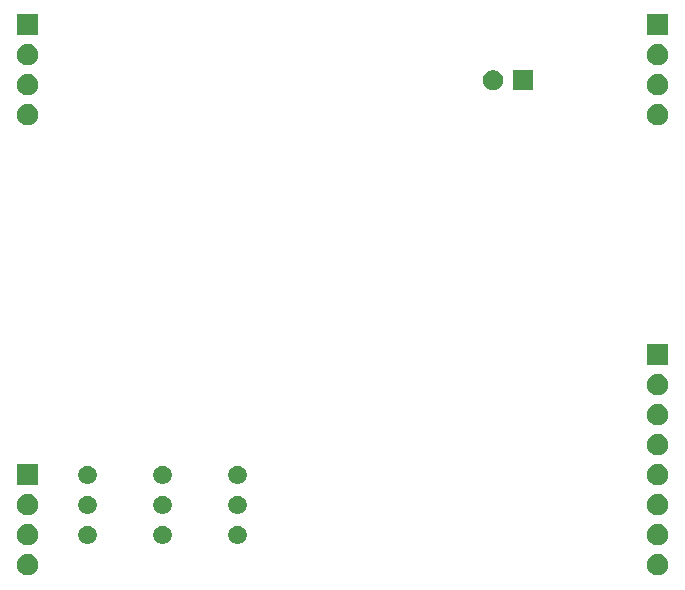
<source format=gbr>
G04 #@! TF.GenerationSoftware,KiCad,Pcbnew,5.1.6-c6e7f7d~87~ubuntu18.04.1*
G04 #@! TF.CreationDate,2020-08-18T13:24:46-04:00*
G04 #@! TF.ProjectId,arp_4072_LPF,6172705f-3430-4373-925f-4c50462e6b69,1*
G04 #@! TF.SameCoordinates,Original*
G04 #@! TF.FileFunction,Soldermask,Bot*
G04 #@! TF.FilePolarity,Negative*
%FSLAX46Y46*%
G04 Gerber Fmt 4.6, Leading zero omitted, Abs format (unit mm)*
G04 Created by KiCad (PCBNEW 5.1.6-c6e7f7d~87~ubuntu18.04.1) date 2020-08-18 13:24:46*
%MOMM*%
%LPD*%
G01*
G04 APERTURE LIST*
%ADD10C,0.100000*%
G04 APERTURE END LIST*
D10*
G36*
X182993512Y-123563927D02*
G01*
X183142812Y-123593624D01*
X183306784Y-123661544D01*
X183454354Y-123760147D01*
X183579853Y-123885646D01*
X183678456Y-124033216D01*
X183746376Y-124197188D01*
X183781000Y-124371259D01*
X183781000Y-124548741D01*
X183746376Y-124722812D01*
X183678456Y-124886784D01*
X183579853Y-125034354D01*
X183454354Y-125159853D01*
X183306784Y-125258456D01*
X183142812Y-125326376D01*
X182993512Y-125356073D01*
X182968742Y-125361000D01*
X182791258Y-125361000D01*
X182766488Y-125356073D01*
X182617188Y-125326376D01*
X182453216Y-125258456D01*
X182305646Y-125159853D01*
X182180147Y-125034354D01*
X182081544Y-124886784D01*
X182013624Y-124722812D01*
X181979000Y-124548741D01*
X181979000Y-124371259D01*
X182013624Y-124197188D01*
X182081544Y-124033216D01*
X182180147Y-123885646D01*
X182305646Y-123760147D01*
X182453216Y-123661544D01*
X182617188Y-123593624D01*
X182766488Y-123563927D01*
X182791258Y-123559000D01*
X182968742Y-123559000D01*
X182993512Y-123563927D01*
G37*
G36*
X129653512Y-123563927D02*
G01*
X129802812Y-123593624D01*
X129966784Y-123661544D01*
X130114354Y-123760147D01*
X130239853Y-123885646D01*
X130338456Y-124033216D01*
X130406376Y-124197188D01*
X130441000Y-124371259D01*
X130441000Y-124548741D01*
X130406376Y-124722812D01*
X130338456Y-124886784D01*
X130239853Y-125034354D01*
X130114354Y-125159853D01*
X129966784Y-125258456D01*
X129802812Y-125326376D01*
X129653512Y-125356073D01*
X129628742Y-125361000D01*
X129451258Y-125361000D01*
X129426488Y-125356073D01*
X129277188Y-125326376D01*
X129113216Y-125258456D01*
X128965646Y-125159853D01*
X128840147Y-125034354D01*
X128741544Y-124886784D01*
X128673624Y-124722812D01*
X128639000Y-124548741D01*
X128639000Y-124371259D01*
X128673624Y-124197188D01*
X128741544Y-124033216D01*
X128840147Y-123885646D01*
X128965646Y-123760147D01*
X129113216Y-123661544D01*
X129277188Y-123593624D01*
X129426488Y-123563927D01*
X129451258Y-123559000D01*
X129628742Y-123559000D01*
X129653512Y-123563927D01*
G37*
G36*
X182993512Y-121023927D02*
G01*
X183142812Y-121053624D01*
X183306784Y-121121544D01*
X183454354Y-121220147D01*
X183579853Y-121345646D01*
X183678456Y-121493216D01*
X183746376Y-121657188D01*
X183781000Y-121831259D01*
X183781000Y-122008741D01*
X183746376Y-122182812D01*
X183678456Y-122346784D01*
X183579853Y-122494354D01*
X183454354Y-122619853D01*
X183306784Y-122718456D01*
X183142812Y-122786376D01*
X182993512Y-122816073D01*
X182968742Y-122821000D01*
X182791258Y-122821000D01*
X182766488Y-122816073D01*
X182617188Y-122786376D01*
X182453216Y-122718456D01*
X182305646Y-122619853D01*
X182180147Y-122494354D01*
X182081544Y-122346784D01*
X182013624Y-122182812D01*
X181979000Y-122008741D01*
X181979000Y-121831259D01*
X182013624Y-121657188D01*
X182081544Y-121493216D01*
X182180147Y-121345646D01*
X182305646Y-121220147D01*
X182453216Y-121121544D01*
X182617188Y-121053624D01*
X182766488Y-121023927D01*
X182791258Y-121019000D01*
X182968742Y-121019000D01*
X182993512Y-121023927D01*
G37*
G36*
X129653512Y-121023927D02*
G01*
X129802812Y-121053624D01*
X129966784Y-121121544D01*
X130114354Y-121220147D01*
X130239853Y-121345646D01*
X130338456Y-121493216D01*
X130406376Y-121657188D01*
X130441000Y-121831259D01*
X130441000Y-122008741D01*
X130406376Y-122182812D01*
X130338456Y-122346784D01*
X130239853Y-122494354D01*
X130114354Y-122619853D01*
X129966784Y-122718456D01*
X129802812Y-122786376D01*
X129653512Y-122816073D01*
X129628742Y-122821000D01*
X129451258Y-122821000D01*
X129426488Y-122816073D01*
X129277188Y-122786376D01*
X129113216Y-122718456D01*
X128965646Y-122619853D01*
X128840147Y-122494354D01*
X128741544Y-122346784D01*
X128673624Y-122182812D01*
X128639000Y-122008741D01*
X128639000Y-121831259D01*
X128673624Y-121657188D01*
X128741544Y-121493216D01*
X128840147Y-121345646D01*
X128965646Y-121220147D01*
X129113216Y-121121544D01*
X129277188Y-121053624D01*
X129426488Y-121023927D01*
X129451258Y-121019000D01*
X129628742Y-121019000D01*
X129653512Y-121023927D01*
G37*
G36*
X141095589Y-121158876D02*
G01*
X141194893Y-121178629D01*
X141335206Y-121236748D01*
X141461484Y-121321125D01*
X141568875Y-121428516D01*
X141653252Y-121554794D01*
X141711371Y-121695107D01*
X141741000Y-121844063D01*
X141741000Y-121995937D01*
X141711371Y-122144893D01*
X141653252Y-122285206D01*
X141568875Y-122411484D01*
X141461484Y-122518875D01*
X141335206Y-122603252D01*
X141194893Y-122661371D01*
X141095589Y-122681124D01*
X141045938Y-122691000D01*
X140894062Y-122691000D01*
X140844411Y-122681124D01*
X140745107Y-122661371D01*
X140604794Y-122603252D01*
X140478516Y-122518875D01*
X140371125Y-122411484D01*
X140286748Y-122285206D01*
X140228629Y-122144893D01*
X140199000Y-121995937D01*
X140199000Y-121844063D01*
X140228629Y-121695107D01*
X140286748Y-121554794D01*
X140371125Y-121428516D01*
X140478516Y-121321125D01*
X140604794Y-121236748D01*
X140745107Y-121178629D01*
X140844411Y-121158876D01*
X140894062Y-121149000D01*
X141045938Y-121149000D01*
X141095589Y-121158876D01*
G37*
G36*
X147445589Y-121158876D02*
G01*
X147544893Y-121178629D01*
X147685206Y-121236748D01*
X147811484Y-121321125D01*
X147918875Y-121428516D01*
X148003252Y-121554794D01*
X148061371Y-121695107D01*
X148091000Y-121844063D01*
X148091000Y-121995937D01*
X148061371Y-122144893D01*
X148003252Y-122285206D01*
X147918875Y-122411484D01*
X147811484Y-122518875D01*
X147685206Y-122603252D01*
X147544893Y-122661371D01*
X147445589Y-122681124D01*
X147395938Y-122691000D01*
X147244062Y-122691000D01*
X147194411Y-122681124D01*
X147095107Y-122661371D01*
X146954794Y-122603252D01*
X146828516Y-122518875D01*
X146721125Y-122411484D01*
X146636748Y-122285206D01*
X146578629Y-122144893D01*
X146549000Y-121995937D01*
X146549000Y-121844063D01*
X146578629Y-121695107D01*
X146636748Y-121554794D01*
X146721125Y-121428516D01*
X146828516Y-121321125D01*
X146954794Y-121236748D01*
X147095107Y-121178629D01*
X147194411Y-121158876D01*
X147244062Y-121149000D01*
X147395938Y-121149000D01*
X147445589Y-121158876D01*
G37*
G36*
X134745589Y-121158876D02*
G01*
X134844893Y-121178629D01*
X134985206Y-121236748D01*
X135111484Y-121321125D01*
X135218875Y-121428516D01*
X135303252Y-121554794D01*
X135361371Y-121695107D01*
X135391000Y-121844063D01*
X135391000Y-121995937D01*
X135361371Y-122144893D01*
X135303252Y-122285206D01*
X135218875Y-122411484D01*
X135111484Y-122518875D01*
X134985206Y-122603252D01*
X134844893Y-122661371D01*
X134745589Y-122681124D01*
X134695938Y-122691000D01*
X134544062Y-122691000D01*
X134494411Y-122681124D01*
X134395107Y-122661371D01*
X134254794Y-122603252D01*
X134128516Y-122518875D01*
X134021125Y-122411484D01*
X133936748Y-122285206D01*
X133878629Y-122144893D01*
X133849000Y-121995937D01*
X133849000Y-121844063D01*
X133878629Y-121695107D01*
X133936748Y-121554794D01*
X134021125Y-121428516D01*
X134128516Y-121321125D01*
X134254794Y-121236748D01*
X134395107Y-121178629D01*
X134494411Y-121158876D01*
X134544062Y-121149000D01*
X134695938Y-121149000D01*
X134745589Y-121158876D01*
G37*
G36*
X129653512Y-118483927D02*
G01*
X129802812Y-118513624D01*
X129966784Y-118581544D01*
X130114354Y-118680147D01*
X130239853Y-118805646D01*
X130338456Y-118953216D01*
X130406376Y-119117188D01*
X130441000Y-119291259D01*
X130441000Y-119468741D01*
X130406376Y-119642812D01*
X130338456Y-119806784D01*
X130239853Y-119954354D01*
X130114354Y-120079853D01*
X129966784Y-120178456D01*
X129802812Y-120246376D01*
X129653512Y-120276073D01*
X129628742Y-120281000D01*
X129451258Y-120281000D01*
X129426488Y-120276073D01*
X129277188Y-120246376D01*
X129113216Y-120178456D01*
X128965646Y-120079853D01*
X128840147Y-119954354D01*
X128741544Y-119806784D01*
X128673624Y-119642812D01*
X128639000Y-119468741D01*
X128639000Y-119291259D01*
X128673624Y-119117188D01*
X128741544Y-118953216D01*
X128840147Y-118805646D01*
X128965646Y-118680147D01*
X129113216Y-118581544D01*
X129277188Y-118513624D01*
X129426488Y-118483927D01*
X129451258Y-118479000D01*
X129628742Y-118479000D01*
X129653512Y-118483927D01*
G37*
G36*
X182993512Y-118483927D02*
G01*
X183142812Y-118513624D01*
X183306784Y-118581544D01*
X183454354Y-118680147D01*
X183579853Y-118805646D01*
X183678456Y-118953216D01*
X183746376Y-119117188D01*
X183781000Y-119291259D01*
X183781000Y-119468741D01*
X183746376Y-119642812D01*
X183678456Y-119806784D01*
X183579853Y-119954354D01*
X183454354Y-120079853D01*
X183306784Y-120178456D01*
X183142812Y-120246376D01*
X182993512Y-120276073D01*
X182968742Y-120281000D01*
X182791258Y-120281000D01*
X182766488Y-120276073D01*
X182617188Y-120246376D01*
X182453216Y-120178456D01*
X182305646Y-120079853D01*
X182180147Y-119954354D01*
X182081544Y-119806784D01*
X182013624Y-119642812D01*
X181979000Y-119468741D01*
X181979000Y-119291259D01*
X182013624Y-119117188D01*
X182081544Y-118953216D01*
X182180147Y-118805646D01*
X182305646Y-118680147D01*
X182453216Y-118581544D01*
X182617188Y-118513624D01*
X182766488Y-118483927D01*
X182791258Y-118479000D01*
X182968742Y-118479000D01*
X182993512Y-118483927D01*
G37*
G36*
X147445589Y-118618876D02*
G01*
X147544893Y-118638629D01*
X147685206Y-118696748D01*
X147811484Y-118781125D01*
X147918875Y-118888516D01*
X148003252Y-119014794D01*
X148061371Y-119155107D01*
X148091000Y-119304063D01*
X148091000Y-119455937D01*
X148061371Y-119604893D01*
X148003252Y-119745206D01*
X147918875Y-119871484D01*
X147811484Y-119978875D01*
X147685206Y-120063252D01*
X147544893Y-120121371D01*
X147445589Y-120141124D01*
X147395938Y-120151000D01*
X147244062Y-120151000D01*
X147194411Y-120141124D01*
X147095107Y-120121371D01*
X146954794Y-120063252D01*
X146828516Y-119978875D01*
X146721125Y-119871484D01*
X146636748Y-119745206D01*
X146578629Y-119604893D01*
X146549000Y-119455937D01*
X146549000Y-119304063D01*
X146578629Y-119155107D01*
X146636748Y-119014794D01*
X146721125Y-118888516D01*
X146828516Y-118781125D01*
X146954794Y-118696748D01*
X147095107Y-118638629D01*
X147194411Y-118618876D01*
X147244062Y-118609000D01*
X147395938Y-118609000D01*
X147445589Y-118618876D01*
G37*
G36*
X134745589Y-118618876D02*
G01*
X134844893Y-118638629D01*
X134985206Y-118696748D01*
X135111484Y-118781125D01*
X135218875Y-118888516D01*
X135303252Y-119014794D01*
X135361371Y-119155107D01*
X135391000Y-119304063D01*
X135391000Y-119455937D01*
X135361371Y-119604893D01*
X135303252Y-119745206D01*
X135218875Y-119871484D01*
X135111484Y-119978875D01*
X134985206Y-120063252D01*
X134844893Y-120121371D01*
X134745589Y-120141124D01*
X134695938Y-120151000D01*
X134544062Y-120151000D01*
X134494411Y-120141124D01*
X134395107Y-120121371D01*
X134254794Y-120063252D01*
X134128516Y-119978875D01*
X134021125Y-119871484D01*
X133936748Y-119745206D01*
X133878629Y-119604893D01*
X133849000Y-119455937D01*
X133849000Y-119304063D01*
X133878629Y-119155107D01*
X133936748Y-119014794D01*
X134021125Y-118888516D01*
X134128516Y-118781125D01*
X134254794Y-118696748D01*
X134395107Y-118638629D01*
X134494411Y-118618876D01*
X134544062Y-118609000D01*
X134695938Y-118609000D01*
X134745589Y-118618876D01*
G37*
G36*
X141095589Y-118618876D02*
G01*
X141194893Y-118638629D01*
X141335206Y-118696748D01*
X141461484Y-118781125D01*
X141568875Y-118888516D01*
X141653252Y-119014794D01*
X141711371Y-119155107D01*
X141741000Y-119304063D01*
X141741000Y-119455937D01*
X141711371Y-119604893D01*
X141653252Y-119745206D01*
X141568875Y-119871484D01*
X141461484Y-119978875D01*
X141335206Y-120063252D01*
X141194893Y-120121371D01*
X141095589Y-120141124D01*
X141045938Y-120151000D01*
X140894062Y-120151000D01*
X140844411Y-120141124D01*
X140745107Y-120121371D01*
X140604794Y-120063252D01*
X140478516Y-119978875D01*
X140371125Y-119871484D01*
X140286748Y-119745206D01*
X140228629Y-119604893D01*
X140199000Y-119455937D01*
X140199000Y-119304063D01*
X140228629Y-119155107D01*
X140286748Y-119014794D01*
X140371125Y-118888516D01*
X140478516Y-118781125D01*
X140604794Y-118696748D01*
X140745107Y-118638629D01*
X140844411Y-118618876D01*
X140894062Y-118609000D01*
X141045938Y-118609000D01*
X141095589Y-118618876D01*
G37*
G36*
X130441000Y-117741000D02*
G01*
X128639000Y-117741000D01*
X128639000Y-115939000D01*
X130441000Y-115939000D01*
X130441000Y-117741000D01*
G37*
G36*
X182993512Y-115943927D02*
G01*
X183142812Y-115973624D01*
X183306784Y-116041544D01*
X183454354Y-116140147D01*
X183579853Y-116265646D01*
X183678456Y-116413216D01*
X183746376Y-116577188D01*
X183781000Y-116751259D01*
X183781000Y-116928741D01*
X183746376Y-117102812D01*
X183678456Y-117266784D01*
X183579853Y-117414354D01*
X183454354Y-117539853D01*
X183306784Y-117638456D01*
X183142812Y-117706376D01*
X182993512Y-117736073D01*
X182968742Y-117741000D01*
X182791258Y-117741000D01*
X182766488Y-117736073D01*
X182617188Y-117706376D01*
X182453216Y-117638456D01*
X182305646Y-117539853D01*
X182180147Y-117414354D01*
X182081544Y-117266784D01*
X182013624Y-117102812D01*
X181979000Y-116928741D01*
X181979000Y-116751259D01*
X182013624Y-116577188D01*
X182081544Y-116413216D01*
X182180147Y-116265646D01*
X182305646Y-116140147D01*
X182453216Y-116041544D01*
X182617188Y-115973624D01*
X182766488Y-115943927D01*
X182791258Y-115939000D01*
X182968742Y-115939000D01*
X182993512Y-115943927D01*
G37*
G36*
X141095589Y-116078876D02*
G01*
X141194893Y-116098629D01*
X141335206Y-116156748D01*
X141461484Y-116241125D01*
X141568875Y-116348516D01*
X141653252Y-116474794D01*
X141711371Y-116615107D01*
X141741000Y-116764063D01*
X141741000Y-116915937D01*
X141711371Y-117064893D01*
X141653252Y-117205206D01*
X141568875Y-117331484D01*
X141461484Y-117438875D01*
X141335206Y-117523252D01*
X141194893Y-117581371D01*
X141095589Y-117601124D01*
X141045938Y-117611000D01*
X140894062Y-117611000D01*
X140844411Y-117601124D01*
X140745107Y-117581371D01*
X140604794Y-117523252D01*
X140478516Y-117438875D01*
X140371125Y-117331484D01*
X140286748Y-117205206D01*
X140228629Y-117064893D01*
X140199000Y-116915937D01*
X140199000Y-116764063D01*
X140228629Y-116615107D01*
X140286748Y-116474794D01*
X140371125Y-116348516D01*
X140478516Y-116241125D01*
X140604794Y-116156748D01*
X140745107Y-116098629D01*
X140844411Y-116078876D01*
X140894062Y-116069000D01*
X141045938Y-116069000D01*
X141095589Y-116078876D01*
G37*
G36*
X147445589Y-116078876D02*
G01*
X147544893Y-116098629D01*
X147685206Y-116156748D01*
X147811484Y-116241125D01*
X147918875Y-116348516D01*
X148003252Y-116474794D01*
X148061371Y-116615107D01*
X148091000Y-116764063D01*
X148091000Y-116915937D01*
X148061371Y-117064893D01*
X148003252Y-117205206D01*
X147918875Y-117331484D01*
X147811484Y-117438875D01*
X147685206Y-117523252D01*
X147544893Y-117581371D01*
X147445589Y-117601124D01*
X147395938Y-117611000D01*
X147244062Y-117611000D01*
X147194411Y-117601124D01*
X147095107Y-117581371D01*
X146954794Y-117523252D01*
X146828516Y-117438875D01*
X146721125Y-117331484D01*
X146636748Y-117205206D01*
X146578629Y-117064893D01*
X146549000Y-116915937D01*
X146549000Y-116764063D01*
X146578629Y-116615107D01*
X146636748Y-116474794D01*
X146721125Y-116348516D01*
X146828516Y-116241125D01*
X146954794Y-116156748D01*
X147095107Y-116098629D01*
X147194411Y-116078876D01*
X147244062Y-116069000D01*
X147395938Y-116069000D01*
X147445589Y-116078876D01*
G37*
G36*
X134745589Y-116078876D02*
G01*
X134844893Y-116098629D01*
X134985206Y-116156748D01*
X135111484Y-116241125D01*
X135218875Y-116348516D01*
X135303252Y-116474794D01*
X135361371Y-116615107D01*
X135391000Y-116764063D01*
X135391000Y-116915937D01*
X135361371Y-117064893D01*
X135303252Y-117205206D01*
X135218875Y-117331484D01*
X135111484Y-117438875D01*
X134985206Y-117523252D01*
X134844893Y-117581371D01*
X134745589Y-117601124D01*
X134695938Y-117611000D01*
X134544062Y-117611000D01*
X134494411Y-117601124D01*
X134395107Y-117581371D01*
X134254794Y-117523252D01*
X134128516Y-117438875D01*
X134021125Y-117331484D01*
X133936748Y-117205206D01*
X133878629Y-117064893D01*
X133849000Y-116915937D01*
X133849000Y-116764063D01*
X133878629Y-116615107D01*
X133936748Y-116474794D01*
X134021125Y-116348516D01*
X134128516Y-116241125D01*
X134254794Y-116156748D01*
X134395107Y-116098629D01*
X134494411Y-116078876D01*
X134544062Y-116069000D01*
X134695938Y-116069000D01*
X134745589Y-116078876D01*
G37*
G36*
X182993512Y-113403927D02*
G01*
X183142812Y-113433624D01*
X183306784Y-113501544D01*
X183454354Y-113600147D01*
X183579853Y-113725646D01*
X183678456Y-113873216D01*
X183746376Y-114037188D01*
X183781000Y-114211259D01*
X183781000Y-114388741D01*
X183746376Y-114562812D01*
X183678456Y-114726784D01*
X183579853Y-114874354D01*
X183454354Y-114999853D01*
X183306784Y-115098456D01*
X183142812Y-115166376D01*
X182993512Y-115196073D01*
X182968742Y-115201000D01*
X182791258Y-115201000D01*
X182766488Y-115196073D01*
X182617188Y-115166376D01*
X182453216Y-115098456D01*
X182305646Y-114999853D01*
X182180147Y-114874354D01*
X182081544Y-114726784D01*
X182013624Y-114562812D01*
X181979000Y-114388741D01*
X181979000Y-114211259D01*
X182013624Y-114037188D01*
X182081544Y-113873216D01*
X182180147Y-113725646D01*
X182305646Y-113600147D01*
X182453216Y-113501544D01*
X182617188Y-113433624D01*
X182766488Y-113403927D01*
X182791258Y-113399000D01*
X182968742Y-113399000D01*
X182993512Y-113403927D01*
G37*
G36*
X182993512Y-110863927D02*
G01*
X183142812Y-110893624D01*
X183306784Y-110961544D01*
X183454354Y-111060147D01*
X183579853Y-111185646D01*
X183678456Y-111333216D01*
X183746376Y-111497188D01*
X183781000Y-111671259D01*
X183781000Y-111848741D01*
X183746376Y-112022812D01*
X183678456Y-112186784D01*
X183579853Y-112334354D01*
X183454354Y-112459853D01*
X183306784Y-112558456D01*
X183142812Y-112626376D01*
X182993512Y-112656073D01*
X182968742Y-112661000D01*
X182791258Y-112661000D01*
X182766488Y-112656073D01*
X182617188Y-112626376D01*
X182453216Y-112558456D01*
X182305646Y-112459853D01*
X182180147Y-112334354D01*
X182081544Y-112186784D01*
X182013624Y-112022812D01*
X181979000Y-111848741D01*
X181979000Y-111671259D01*
X182013624Y-111497188D01*
X182081544Y-111333216D01*
X182180147Y-111185646D01*
X182305646Y-111060147D01*
X182453216Y-110961544D01*
X182617188Y-110893624D01*
X182766488Y-110863927D01*
X182791258Y-110859000D01*
X182968742Y-110859000D01*
X182993512Y-110863927D01*
G37*
G36*
X182993512Y-108323927D02*
G01*
X183142812Y-108353624D01*
X183306784Y-108421544D01*
X183454354Y-108520147D01*
X183579853Y-108645646D01*
X183678456Y-108793216D01*
X183746376Y-108957188D01*
X183781000Y-109131259D01*
X183781000Y-109308741D01*
X183746376Y-109482812D01*
X183678456Y-109646784D01*
X183579853Y-109794354D01*
X183454354Y-109919853D01*
X183306784Y-110018456D01*
X183142812Y-110086376D01*
X182993512Y-110116073D01*
X182968742Y-110121000D01*
X182791258Y-110121000D01*
X182766488Y-110116073D01*
X182617188Y-110086376D01*
X182453216Y-110018456D01*
X182305646Y-109919853D01*
X182180147Y-109794354D01*
X182081544Y-109646784D01*
X182013624Y-109482812D01*
X181979000Y-109308741D01*
X181979000Y-109131259D01*
X182013624Y-108957188D01*
X182081544Y-108793216D01*
X182180147Y-108645646D01*
X182305646Y-108520147D01*
X182453216Y-108421544D01*
X182617188Y-108353624D01*
X182766488Y-108323927D01*
X182791258Y-108319000D01*
X182968742Y-108319000D01*
X182993512Y-108323927D01*
G37*
G36*
X183781000Y-107581000D02*
G01*
X181979000Y-107581000D01*
X181979000Y-105779000D01*
X183781000Y-105779000D01*
X183781000Y-107581000D01*
G37*
G36*
X182993512Y-85463927D02*
G01*
X183142812Y-85493624D01*
X183306784Y-85561544D01*
X183454354Y-85660147D01*
X183579853Y-85785646D01*
X183678456Y-85933216D01*
X183746376Y-86097188D01*
X183781000Y-86271259D01*
X183781000Y-86448741D01*
X183746376Y-86622812D01*
X183678456Y-86786784D01*
X183579853Y-86934354D01*
X183454354Y-87059853D01*
X183306784Y-87158456D01*
X183142812Y-87226376D01*
X182993512Y-87256073D01*
X182968742Y-87261000D01*
X182791258Y-87261000D01*
X182766488Y-87256073D01*
X182617188Y-87226376D01*
X182453216Y-87158456D01*
X182305646Y-87059853D01*
X182180147Y-86934354D01*
X182081544Y-86786784D01*
X182013624Y-86622812D01*
X181979000Y-86448741D01*
X181979000Y-86271259D01*
X182013624Y-86097188D01*
X182081544Y-85933216D01*
X182180147Y-85785646D01*
X182305646Y-85660147D01*
X182453216Y-85561544D01*
X182617188Y-85493624D01*
X182766488Y-85463927D01*
X182791258Y-85459000D01*
X182968742Y-85459000D01*
X182993512Y-85463927D01*
G37*
G36*
X129653512Y-85463927D02*
G01*
X129802812Y-85493624D01*
X129966784Y-85561544D01*
X130114354Y-85660147D01*
X130239853Y-85785646D01*
X130338456Y-85933216D01*
X130406376Y-86097188D01*
X130441000Y-86271259D01*
X130441000Y-86448741D01*
X130406376Y-86622812D01*
X130338456Y-86786784D01*
X130239853Y-86934354D01*
X130114354Y-87059853D01*
X129966784Y-87158456D01*
X129802812Y-87226376D01*
X129653512Y-87256073D01*
X129628742Y-87261000D01*
X129451258Y-87261000D01*
X129426488Y-87256073D01*
X129277188Y-87226376D01*
X129113216Y-87158456D01*
X128965646Y-87059853D01*
X128840147Y-86934354D01*
X128741544Y-86786784D01*
X128673624Y-86622812D01*
X128639000Y-86448741D01*
X128639000Y-86271259D01*
X128673624Y-86097188D01*
X128741544Y-85933216D01*
X128840147Y-85785646D01*
X128965646Y-85660147D01*
X129113216Y-85561544D01*
X129277188Y-85493624D01*
X129426488Y-85463927D01*
X129451258Y-85459000D01*
X129628742Y-85459000D01*
X129653512Y-85463927D01*
G37*
G36*
X182993512Y-82923927D02*
G01*
X183142812Y-82953624D01*
X183306784Y-83021544D01*
X183454354Y-83120147D01*
X183579853Y-83245646D01*
X183678456Y-83393216D01*
X183746376Y-83557188D01*
X183781000Y-83731259D01*
X183781000Y-83908741D01*
X183746376Y-84082812D01*
X183678456Y-84246784D01*
X183579853Y-84394354D01*
X183454354Y-84519853D01*
X183306784Y-84618456D01*
X183142812Y-84686376D01*
X182993512Y-84716073D01*
X182968742Y-84721000D01*
X182791258Y-84721000D01*
X182766488Y-84716073D01*
X182617188Y-84686376D01*
X182453216Y-84618456D01*
X182305646Y-84519853D01*
X182180147Y-84394354D01*
X182081544Y-84246784D01*
X182013624Y-84082812D01*
X181979000Y-83908741D01*
X181979000Y-83731259D01*
X182013624Y-83557188D01*
X182081544Y-83393216D01*
X182180147Y-83245646D01*
X182305646Y-83120147D01*
X182453216Y-83021544D01*
X182617188Y-82953624D01*
X182766488Y-82923927D01*
X182791258Y-82919000D01*
X182968742Y-82919000D01*
X182993512Y-82923927D01*
G37*
G36*
X129653512Y-82923927D02*
G01*
X129802812Y-82953624D01*
X129966784Y-83021544D01*
X130114354Y-83120147D01*
X130239853Y-83245646D01*
X130338456Y-83393216D01*
X130406376Y-83557188D01*
X130441000Y-83731259D01*
X130441000Y-83908741D01*
X130406376Y-84082812D01*
X130338456Y-84246784D01*
X130239853Y-84394354D01*
X130114354Y-84519853D01*
X129966784Y-84618456D01*
X129802812Y-84686376D01*
X129653512Y-84716073D01*
X129628742Y-84721000D01*
X129451258Y-84721000D01*
X129426488Y-84716073D01*
X129277188Y-84686376D01*
X129113216Y-84618456D01*
X128965646Y-84519853D01*
X128840147Y-84394354D01*
X128741544Y-84246784D01*
X128673624Y-84082812D01*
X128639000Y-83908741D01*
X128639000Y-83731259D01*
X128673624Y-83557188D01*
X128741544Y-83393216D01*
X128840147Y-83245646D01*
X128965646Y-83120147D01*
X129113216Y-83021544D01*
X129277188Y-82953624D01*
X129426488Y-82923927D01*
X129451258Y-82919000D01*
X129628742Y-82919000D01*
X129653512Y-82923927D01*
G37*
G36*
X172301000Y-84290000D02*
G01*
X170599000Y-84290000D01*
X170599000Y-82588000D01*
X172301000Y-82588000D01*
X172301000Y-84290000D01*
G37*
G36*
X169198228Y-82620703D02*
G01*
X169353100Y-82684853D01*
X169492481Y-82777985D01*
X169611015Y-82896519D01*
X169704147Y-83035900D01*
X169768297Y-83190772D01*
X169801000Y-83355184D01*
X169801000Y-83522816D01*
X169768297Y-83687228D01*
X169704147Y-83842100D01*
X169611015Y-83981481D01*
X169492481Y-84100015D01*
X169353100Y-84193147D01*
X169198228Y-84257297D01*
X169033816Y-84290000D01*
X168866184Y-84290000D01*
X168701772Y-84257297D01*
X168546900Y-84193147D01*
X168407519Y-84100015D01*
X168288985Y-83981481D01*
X168195853Y-83842100D01*
X168131703Y-83687228D01*
X168099000Y-83522816D01*
X168099000Y-83355184D01*
X168131703Y-83190772D01*
X168195853Y-83035900D01*
X168288985Y-82896519D01*
X168407519Y-82777985D01*
X168546900Y-82684853D01*
X168701772Y-82620703D01*
X168866184Y-82588000D01*
X169033816Y-82588000D01*
X169198228Y-82620703D01*
G37*
G36*
X182993512Y-80383927D02*
G01*
X183142812Y-80413624D01*
X183306784Y-80481544D01*
X183454354Y-80580147D01*
X183579853Y-80705646D01*
X183678456Y-80853216D01*
X183746376Y-81017188D01*
X183781000Y-81191259D01*
X183781000Y-81368741D01*
X183746376Y-81542812D01*
X183678456Y-81706784D01*
X183579853Y-81854354D01*
X183454354Y-81979853D01*
X183306784Y-82078456D01*
X183142812Y-82146376D01*
X182993512Y-82176073D01*
X182968742Y-82181000D01*
X182791258Y-82181000D01*
X182766488Y-82176073D01*
X182617188Y-82146376D01*
X182453216Y-82078456D01*
X182305646Y-81979853D01*
X182180147Y-81854354D01*
X182081544Y-81706784D01*
X182013624Y-81542812D01*
X181979000Y-81368741D01*
X181979000Y-81191259D01*
X182013624Y-81017188D01*
X182081544Y-80853216D01*
X182180147Y-80705646D01*
X182305646Y-80580147D01*
X182453216Y-80481544D01*
X182617188Y-80413624D01*
X182766488Y-80383927D01*
X182791258Y-80379000D01*
X182968742Y-80379000D01*
X182993512Y-80383927D01*
G37*
G36*
X129653512Y-80383927D02*
G01*
X129802812Y-80413624D01*
X129966784Y-80481544D01*
X130114354Y-80580147D01*
X130239853Y-80705646D01*
X130338456Y-80853216D01*
X130406376Y-81017188D01*
X130441000Y-81191259D01*
X130441000Y-81368741D01*
X130406376Y-81542812D01*
X130338456Y-81706784D01*
X130239853Y-81854354D01*
X130114354Y-81979853D01*
X129966784Y-82078456D01*
X129802812Y-82146376D01*
X129653512Y-82176073D01*
X129628742Y-82181000D01*
X129451258Y-82181000D01*
X129426488Y-82176073D01*
X129277188Y-82146376D01*
X129113216Y-82078456D01*
X128965646Y-81979853D01*
X128840147Y-81854354D01*
X128741544Y-81706784D01*
X128673624Y-81542812D01*
X128639000Y-81368741D01*
X128639000Y-81191259D01*
X128673624Y-81017188D01*
X128741544Y-80853216D01*
X128840147Y-80705646D01*
X128965646Y-80580147D01*
X129113216Y-80481544D01*
X129277188Y-80413624D01*
X129426488Y-80383927D01*
X129451258Y-80379000D01*
X129628742Y-80379000D01*
X129653512Y-80383927D01*
G37*
G36*
X183781000Y-79641000D02*
G01*
X181979000Y-79641000D01*
X181979000Y-77839000D01*
X183781000Y-77839000D01*
X183781000Y-79641000D01*
G37*
G36*
X130441000Y-79641000D02*
G01*
X128639000Y-79641000D01*
X128639000Y-77839000D01*
X130441000Y-77839000D01*
X130441000Y-79641000D01*
G37*
M02*

</source>
